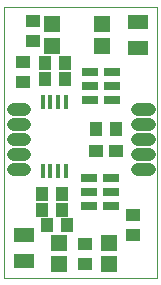
<source format=gts>
G75*
G70*
%OFA0B0*%
%FSLAX24Y24*%
%IPPOS*%
%LPD*%
%AMOC8*
5,1,8,0,0,1.08239X$1,22.5*
%
%ADD10C,0.0000*%
%ADD11R,0.0555X0.0555*%
%ADD12R,0.0670X0.0512*%
%ADD13R,0.0434X0.0473*%
%ADD14R,0.0473X0.0434*%
%ADD15R,0.0178X0.0512*%
%ADD16R,0.0534X0.0316*%
%ADD17C,0.0417*%
D10*
X000900Y000980D02*
X000900Y010035D01*
X006018Y010035D01*
X006018Y000980D01*
X000900Y000980D01*
D11*
X002753Y001459D03*
X002753Y002167D03*
X004406Y002167D03*
X004406Y001459D03*
X004165Y008729D03*
X004165Y009438D03*
X002512Y009438D03*
X002512Y008729D03*
D12*
X005382Y008649D03*
X005382Y009516D03*
X001578Y002434D03*
X001578Y001568D03*
D13*
X002325Y002740D03*
X002165Y003260D03*
X002165Y003780D03*
X002835Y003780D03*
X002835Y003260D03*
X002995Y002740D03*
X003965Y005940D03*
X004635Y005940D03*
X002955Y007620D03*
X002955Y008140D03*
X002285Y008140D03*
X002285Y007620D03*
D14*
X001540Y007525D03*
X001540Y008195D03*
X001860Y008885D03*
X001860Y009555D03*
X003965Y005220D03*
X004635Y005220D03*
X005220Y003075D03*
X005220Y002405D03*
X003620Y002115D03*
X003620Y001445D03*
D15*
X002964Y004548D03*
X002708Y004548D03*
X002452Y004548D03*
X002196Y004548D03*
X002196Y006852D03*
X002452Y006852D03*
X002708Y006852D03*
X002964Y006852D03*
D16*
X003766Y006908D03*
X003766Y007380D03*
X003766Y007852D03*
X004514Y007852D03*
X004514Y007380D03*
X004514Y006908D03*
X004474Y004332D03*
X004474Y003860D03*
X004474Y003388D03*
X003726Y003388D03*
X003726Y003860D03*
X003726Y004332D03*
D17*
X005351Y004620D02*
X005729Y004620D01*
X005729Y005120D02*
X005351Y005120D01*
X005351Y005620D02*
X005729Y005620D01*
X005729Y006120D02*
X005351Y006120D01*
X005351Y006620D02*
X005729Y006620D01*
X001569Y006620D02*
X001191Y006620D01*
X001191Y006120D02*
X001569Y006120D01*
X001569Y005620D02*
X001191Y005620D01*
X001191Y005120D02*
X001569Y005120D01*
X001569Y004620D02*
X001191Y004620D01*
M02*

</source>
